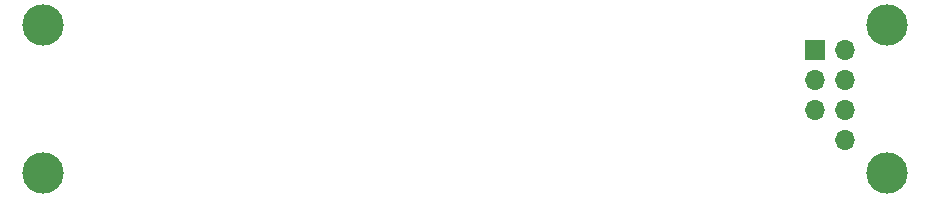
<source format=gbr>
%TF.GenerationSoftware,KiCad,Pcbnew,(6.0.0)*%
%TF.CreationDate,2022-03-29T17:15:08-07:00*%
%TF.ProjectId,ELW2106AA-breakout-board,454c5732-3130-4364-9141-2d627265616b,rev?*%
%TF.SameCoordinates,Original*%
%TF.FileFunction,Soldermask,Bot*%
%TF.FilePolarity,Negative*%
%FSLAX46Y46*%
G04 Gerber Fmt 4.6, Leading zero omitted, Abs format (unit mm)*
G04 Created by KiCad (PCBNEW (6.0.0)) date 2022-03-29 17:15:08*
%MOMM*%
%LPD*%
G01*
G04 APERTURE LIST*
%ADD10R,1.700000X1.700000*%
%ADD11O,1.700000X1.700000*%
%ADD12C,3.500000*%
G04 APERTURE END LIST*
D10*
%TO.C,J1*%
X156860000Y-86750000D03*
D11*
X156860000Y-89290000D03*
X156860000Y-91830000D03*
X159400000Y-86750000D03*
X159400000Y-89290000D03*
X159400000Y-91830000D03*
X159400000Y-94370000D03*
%TD*%
D12*
%TO.C,MH4*%
X162950000Y-84650000D03*
%TD*%
%TO.C,MH1*%
X91450000Y-97150000D03*
%TD*%
%TO.C,MH3*%
X162950000Y-97150000D03*
%TD*%
%TO.C,MH2*%
X91450000Y-84650000D03*
%TD*%
M02*

</source>
